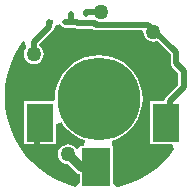
<source format=gbl>
%FSTAX43Y43*%
%MOMM*%
%SFA1B1*%

%IPPOS*%
%ADD17C,0.499999*%
%ADD18C,0.799998*%
%ADD19C,1.269997*%
%ADD20C,5.999988*%
%ADD21R,0.349999X0.299999*%
%ADD22R,2.299995X3.199994*%
%ADD23R,2.399995X3.199994*%
%ADD24R,2.299995X3.199994*%
%ADD25C,6.999986*%
%LNpcb2-1*%
%LPD*%
G36*
X006925Y0083575D02*
X0069398Y0083475D01*
X0069574Y008344*
X0070326*
X0070423Y0083375*
X0070599Y008334*
X0071926*
X0072023Y0083275*
X0072199Y008324*
X0076033*
X0076157Y0083099*
X0076185Y0082881*
X007627Y0082678*
X0076403Y0082503*
X0076578Y008237*
X0076781Y0082285*
X0076999Y0082257*
X0077217Y0082285*
X0077321Y0082328*
X0078473Y0081176*
Y0080466*
X0078508Y0080291*
X0078607Y0080142*
X007914Y0079609*
Y0078589*
X0078075Y0077523*
X0077975Y0077375*
X007794Y0077199*
X0076699*
Y0073599*
X007856*
X007879Y0073155*
X0078458Y0072687*
X0077869Y0072028*
X007721Y007144*
X007649Y0070929*
X0075717Y0070501*
X0074901Y0070163*
X0074052Y0069919*
X0073981Y0069907*
X0073599Y0070229*
Y0073399*
X0073492Y0073457*
X0073546Y0073869*
X0074084Y0074092*
X0074581Y0074396*
X0075023Y0074775*
X0075402Y0075217*
X0075706Y0075714*
X0075929Y0076252*
X0076065Y0076818*
X007611Y0077399*
X0076065Y007798*
X0075929Y0078546*
X0075706Y0079084*
X0075402Y0079581*
X0075023Y0080023*
X0074581Y0080402*
X0074084Y0080706*
X0073546Y0080929*
X007298Y0081065*
X0072399Y008111*
X0071818Y0081065*
X0071252Y0080929*
X0070714Y0080706*
X0070217Y0080402*
X0069775Y0080023*
X0069396Y0079581*
X0069092Y0079084*
X0068869Y0078546*
X0068733Y007798*
X0068688Y0077399*
X0068503Y0077199*
X0066099*
Y0073599*
X0068799*
Y0075271*
X006928Y0075407*
X0069396Y0075217*
X0069775Y0074775*
X0070217Y0074396*
X0070714Y0074092*
X0071203Y0073889*
X0071106Y0073399*
X0070799*
X0070528Y007312*
X0070395Y0073295*
X007022Y0073428*
X0070017Y0073513*
X0069799Y0073541*
X0069581Y0073513*
X0069378Y0073428*
X0069203Y0073295*
X006907Y007312*
X0068985Y0072917*
X0068957Y0072699*
X0068985Y0072481*
X006907Y0072278*
X0069203Y0072103*
X0069378Y007197*
X0069581Y0071885*
X0069773Y007186*
X0070466Y0071166*
X0070665Y0071034*
X0070799Y0071007*
Y0070261*
X0070399Y0069961*
X0069697Y0070163*
X0068881Y0070501*
X0068107Y0070929*
X0067387Y007144*
X0066728Y0072028*
X006614Y0072687*
X0065628Y0073408*
X0065201Y0074181*
X0064863Y0074997*
X0064618Y0075846*
X006447Y0076717*
X0064421Y0077599*
X006447Y0078481*
X0064618Y0079352*
X0064863Y0080201*
X0065201Y0081017*
X0065628Y008179*
X0065964Y0082263*
X0066111Y0082216*
X0066261Y0081739*
X006617Y008162*
X0066085Y0081417*
X0066057Y0081199*
X0066085Y0080981*
X006617Y0080778*
X0066303Y0080603*
X0066478Y008047*
X0066681Y0080385*
X0066899Y0080357*
X0067117Y0080385*
X006732Y008047*
X0067495Y0080603*
X0067628Y0080778*
X0067713Y0080981*
X0067741Y0081199*
X0067713Y0081417*
X0067628Y008162*
X0067495Y0081795*
X0067358Y0081899*
Y0082009*
X0068523Y0083175*
X0068623Y0083323*
X0068658Y0083499*
Y0083549*
X0068699*
X006915Y0083723*
X006925Y0083575*
G37*
G54D17*
X0067099Y0072599D02*
X0067199Y0072699D01*
Y0074899*
X0077499Y0079699D02*
X0078199D01*
X0068499Y0080099D02*
Y0081199D01*
X0066899Y0078499D02*
X0068499Y0080099D01*
X0076099Y0072999D02*
X0076718Y007238D01*
X0076399Y0078599D02*
X0077499Y0079699D01*
X0076399Y0076316D02*
Y0078599D01*
X0076099Y0076016D02*
X0076399Y0076316D01*
X0076099Y0072999D02*
Y0076016D01*
X0076718Y0072153D02*
Y007238D01*
X0078932Y0080466D02*
Y0081366D01*
Y0080466D02*
X0079599Y0079799D01*
Y0078399D02*
Y0079799D01*
X0076999Y0083099D02*
X0077199D01*
X0078932Y0081366*
X0066899Y0081099D02*
Y0082199D01*
X0068199Y0083899D02*
X0068224D01*
X0066899Y0082199D02*
X0068199Y0083499D01*
Y0083799*
X0068499Y0081199D02*
X0069499Y0082199D01*
X0074999*
X0077499Y0079699*
X0078399Y0075199D02*
Y0077199D01*
X0079599Y0078399*
X0069574Y0083899D02*
X0070499D01*
X0069999D02*
X0070049Y0083949D01*
Y0084599*
X0076599Y0083699D02*
X0076999Y0083299D01*
X0072199Y0083699D02*
X0076599D01*
X0072099Y0083799D02*
X0072199Y0083699D01*
X0070599Y0083799D02*
X0072099D01*
X0070499Y0083899D02*
X0070599Y0083799D01*
X0071349Y0084599D02*
Y0084749D01*
X0071399Y0084799*
X0072599*
G54D18*
X0069799Y0072699D02*
X0070899Y0071599D01*
X0072299*
X0071599Y0071399D02*
X0072299D01*
G54D19*
X0069799Y0072699D03*
X0078099Y0079699D03*
X0066899Y0081199D03*
X0068499D03*
X0076718Y0072153D03*
X0076999Y0083099D03*
X0072599Y0084799D03*
G54D20*
X0072399Y0077399D03*
G54D21*
X0069674Y0083899D03*
X0068324D03*
G54D22*
X0067449Y0075399D03*
G54D23*
X0072199Y0071599D03*
G54D24*
X0078049Y0075399D03*
G54D25*
X0072399Y0077399D03*
M02*
</source>
